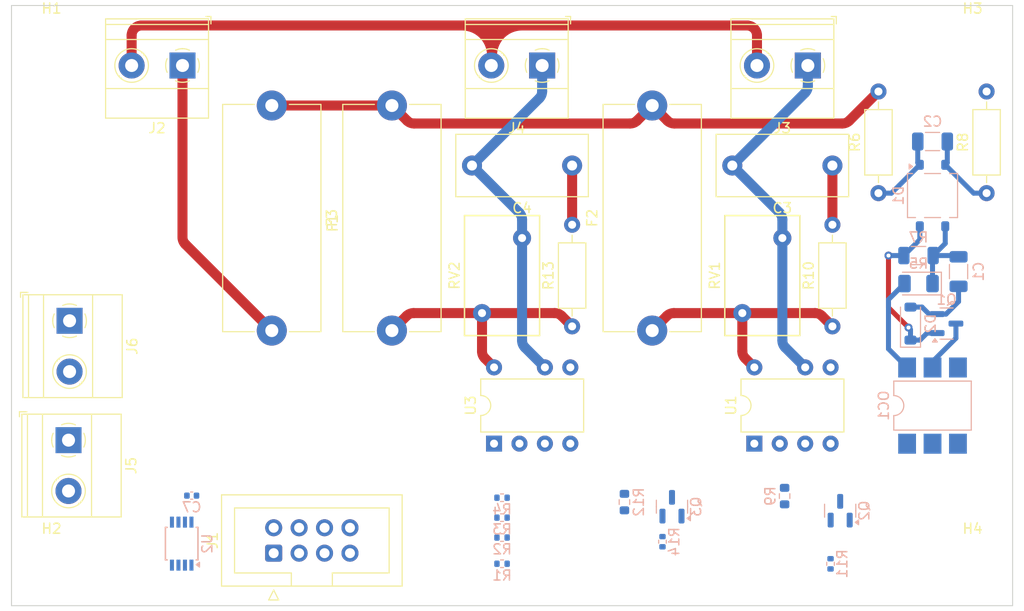
<source format=kicad_pcb>
(kicad_pcb (version 20240108) (generator "pcbnew") (generator_version "8.0")
  (layers (0 "F.Cu" signal) (31 "B.Cu" signal) (34 "B.Paste" user) (35 "F.Paste" user) (36 "B.SilkS" user "B.Silkscreen") (37 "F.SilkS" user "F.Silkscreen") (38 "B.Mask" user) (39 "F.Mask" user) (44 "Edge.Cuts" user))
  (net 0 "")
  (net 1 "/PUMP_L")
  (net 2 "Net-(C2-Pad1)")
  (net 3 "+5V")
  (net 4 "Net-(C4-Pad1)")
  (net 5 "Net-(D1-+)")
  (net 6 "Net-(D2-A)")
  (net 7 "Net-(D1--)")
  (net 8 "/AC_P")
  (net 9 "/AC_POS")
  (net 10 "Net-(F2-Pad1)")
  (net 11 "Net-(F3-Pad1)")
  (net 12 "/AC_NEG")
  (net 13 "/ZC_SIG")
  (net 14 "/PUMP_IN")
  (net 15 "/HV_SDA")
  (net 16 "GND")
  (net 17 "/HV_SCL")
  (net 18 "+3V3")
  (net 19 "/3WAY_IN")
  (net 20 "/SSR")
  (net 21 "/3WAY_L")
  (net 22 "Net-(OC1-Pad1)")
  (net 25 "Net-(Q3-C)")
  (net 26 "/~{ZC_SIG}")
  (net 27 "Net-(Q1-C)")
  (net 28 "Net-(Q2-C)")
  (net 29 "Net-(Q2-B)")
  (net 30 "Net-(R12-Pad1)")
  (net 32 "/PWR_SW")
  (net 33 "Net-(C2-Pad2)")
  (net 34 "Net-(C3-Pad1)")
  (net 35 "Net-(Q3-B)")
  (net 36 "Net-(R1-Pad1)")
  (net 37 "Net-(R2-Pad1)")
  (net 38 "Net-(R3-Pad2)")
  (net 39 "Net-(R9-Pad1)")
  (footprint "Fuse:Fuseholder_Cylinder-5x20mm_Schurter_0031_8201_Horizontal_Open" (layer "F.Cu") (at 98 62.5 90)
    (property "Reference" "F3" (at 11.25 -6 -90) (layer "F.SilkS"))
    (property "Value" "Fuse (1A, Slow)")
    (pad "" np_thru_hole circle (at 11.25 0 90) (size 2.7 2.7) (drill 2.7) (layers "*.Cu" "*.Mask"))
    (pad "1" thru_hole circle (at 0 0 90) (size 3 3) (drill 1.3) (layers "*.Cu" "*.Mask") (net 11 "Net-(F3-Pad1)"))
    (pad "2" thru_hole circle (at 22.5 0 90) (size 3 3) (drill 1.3) (layers "*.Cu" "*.Mask") (net 8 "/AC_P"))
  )
  (footprint "TerminalBlock_Phoenix:TerminalBlock_Phoenix_MKDS-1,5-2-5.08_1x02_P5.08mm_Horizontal" (layer "F.Cu") (at 139.545 36 180)
    (property "Reference" "J3" (at 2.54 -6.26 180) (layer "F.SilkS"))
    (property "Value" "PUMP")
    (pad "1" thru_hole rect (at 0 0 180) (size 2.6 2.6) (drill 1.3) (layers "*.Cu" "*.Mask") (net 1 "/PUMP_L"))
    (pad "2" thru_hole circle (at 5.08 0 180) (size 2.6 2.6) (drill 1.3) (layers "*.Cu" "*.Mask") (net 12 "/AC_NEG"))
  )
  (footprint "MountingHole:MountingHole_2.7mm_M2.5" (layer "F.Cu") (at 64 86)
    (property "Reference" "H2" (at 0 -3.7 0) (layer "F.SilkS"))
    (property "Value" "MountingHole")
    (pad "" np_thru_hole circle (at 0 0) (size 2.7 2.7) (drill 2.7) (layers "*.Cu" "*.Mask"))
  )
  (footprint "Capacitor_THT:C_Rect_L13.0mm_W6.0mm_P10.00mm_FKS3_FKP3_MKS4" (layer "F.Cu") (at 116 46 180)
    (property "Reference" "C4" (at 5 -4.25 180) (layer "F.SilkS"))
    (property "Value" "0.1u")
    (pad "1" thru_hole circle (at 0 0 180) (size 2 2) (drill 1) (layers "*.Cu" "*.Mask") (net 4 "Net-(C4-Pad1)"))
    (pad "2" thru_hole circle (at 10 0 180) (size 2 2) (drill 1) (layers "*.Cu" "*.Mask") (net 21 "/3WAY_L"))
  )
  (footprint "Varistor:RV_Disc_D12mm_W7.5mm_P7.5mm" (layer "F.Cu") (at 137 53.25 -90)
    (property "Reference" "RV1" (at 3.75 6.75 90) (layer "F.SilkS"))
    (property "Value" "MOV-10D471K")
    (pad "1" thru_hole circle (at 0 0 270) (size 1.8 1.8) (drill 0.8) (layers "*.Cu" "*.Mask") (net 1 "/PUMP_L"))
    (pad "2" thru_hole circle (at 7.5 4 270) (size 1.8 1.8) (drill 0.8) (layers "*.Cu" "*.Mask") (net 10 "Net-(F2-Pad1)"))
  )
  (footprint "Package_DIP:DIP-8-N7_W7.62mm" (layer "F.Cu") (at 134.2 73.8 90)
    (property "Reference" "U1" (at 3.81 -2.33 -90) (layer "F.SilkS"))
    (property "Value" "AQH3213")
    (pad "1" thru_hole rect (at 0 0 90) (size 1.6 1.6) (drill 0.8) (layers "*.Cu" "*.Mask") (net 28 "Net-(Q2-C)"))
    (pad "2" thru_hole oval (at 0 2.54 90) (size 1.6 1.6) (drill 0.8) (layers "*.Cu" "*.Mask") (net 39 "Net-(R9-Pad1)"))
    (pad "3" thru_hole oval (at 0 5.08 90) (size 1.6 1.6) (drill 0.8) (layers "*.Cu" "*.Mask") (net 28 "Net-(Q2-C)"))
    (pad "4" thru_hole oval (at 0 7.62 90) (size 1.6 1.6) (drill 0.8) (layers "*.Cu" "*.Mask") (net 28 "Net-(Q2-C)"))
    (pad "5" thru_hole oval (at 7.62 7.62 90) (size 1.6 1.6) (drill 0.8) (layers "*.Cu" "*.Mask"))
    (pad "6" thru_hole oval (at 7.62 5.08 90) (size 1.6 1.6) (drill 0.8) (layers "*.Cu" "*.Mask") (net 1 "/PUMP_L"))
    (pad "8" thru_hole oval (at 7.62 0 90) (size 1.6 1.6) (drill 0.8) (layers "*.Cu" "*.Mask") (net 10 "Net-(F2-Pad1)"))
  )
  (footprint "MountingHole:MountingHole_2.7mm_M2.5" (layer "F.Cu") (at 64 34)
    (property "Reference" "H1" (at 0 -3.7 0) (layer "F.SilkS"))
    (property "Value" "MountingHole")
    (pad "" np_thru_hole circle (at 0 0) (size 2.7 2.7) (drill 2.7) (layers "*.Cu" "*.Mask"))
  )
  (footprint "Capacitor_THT:C_Rect_L13.0mm_W6.0mm_P10.00mm_FKS3_FKP3_MKS4" (layer "F.Cu") (at 142 46 180)
    (property "Reference" "C3" (at 5 -4.25 180) (layer "F.SilkS"))
    (property "Value" "0.1u")
    (pad "1" thru_hole circle (at 0 0 180) (size 2 2) (drill 1) (layers "*.Cu" "*.Mask") (net 34 "Net-(C3-Pad1)"))
    (pad "2" thru_hole circle (at 10 0 180) (size 2 2) (drill 1) (layers "*.Cu" "*.Mask") (net 1 "/PUMP_L"))
  )
  (footprint "Varistor:RV_Disc_D12mm_W7.5mm_P7.5mm" (layer "F.Cu") (at 111 53.25 -90)
    (property "Reference" "RV2" (at 3.75 6.75 90) (layer "F.SilkS"))
    (property "Value" "MOV-10D471K")
    (pad "1" thru_hole circle (at 0 0 270) (size 1.8 1.8) (drill 0.8) (layers "*.Cu" "*.Mask") (net 21 "/3WAY_L"))
    (pad "2" thru_hole circle (at 7.5 4 270) (size 1.8 1.8) (drill 0.8) (layers "*.Cu" "*.Mask") (net 11 "Net-(F3-Pad1)"))
  )
  (footprint "TerminalBlock_Phoenix:TerminalBlock_Phoenix_MKDS-1,5-2-5.08_1x02_P5.08mm_Horizontal" (layer "F.Cu") (at 65.695 73.455 -90)
    (property "Reference" "J5" (at 2.54 -6.26 90) (layer "F.SilkS"))
    (property "Value" "SSR")
    (pad "1" thru_hole rect (at 0 0 270) (size 2.6 2.6) (drill 1.3) (layers "*.Cu" "*.Mask") (net 20 "/SSR"))
    (pad "2" thru_hole circle (at 5.08 0 270) (size 2.6 2.6) (drill 1.3) (layers "*.Cu" "*.Mask") (net 16 "GND"))
  )
  (footprint "Fuse:Fuseholder_Cylinder-5x20mm_Schurter_0031_8201_Horizontal_Open" (layer "F.Cu") (at 124 62.5 90)
    (property "Reference" "F2" (at 11.25 -6 -90) (layer "F.SilkS"))
    (property "Value" "Fuse (1A, Slow)")
    (pad "" np_thru_hole circle (at 11.25 0 90) (size 2.7 2.7) (drill 2.7) (layers "*.Cu" "*.Mask"))
    (pad "1" thru_hole circle (at 0 0 90) (size 3 3) (drill 1.3) (layers "*.Cu" "*.Mask") (net 10 "Net-(F2-Pad1)"))
    (pad "2" thru_hole circle (at 22.5 0 90) (size 3 3) (drill 1.3) (layers "*.Cu" "*.Mask") (net 8 "/AC_P"))
  )
  (footprint "Resistor_THT:R_Axial_DIN0207_L6.3mm_D2.5mm_P10.16mm_Horizontal" (layer "F.Cu") (at 157.4 48.76 90)
    (property "Reference" "R8" (at 5.08 -2.37 -90) (layer "F.SilkS"))
    (property "Value" "220k")
    (pad "1" thru_hole circle (at 0 0 90) (size 1.6 1.6) (drill 0.8) (layers "*.Cu" "*.Mask") (net 33 "Net-(C2-Pad2)"))
    (pad "2" thru_hole oval (at 10.16 0 90) (size 1.6 1.6) (drill 0.8) (layers "*.Cu" "*.Mask") (net 12 "/AC_NEG"))
  )
  (footprint "Connector_IDC:IDC-Header_2x04_P2.54mm_Vertical" (layer "F.Cu") (at 86.19 84.7525 90)
    (property "Reference" "J1" (at 1.27 -6.1 -90) (layer "F.SilkS"))
    (property "Value" "Conn_01x08")
    (pad "1" thru_hole roundrect (at 0 0 90) (size 1.7 1.7) (drill 1) (layers "*.Cu" "*.Mask") (roundrect_rratio 0.147059) (net 3 "+5V"))
    (pad "2" thru_hole circle (at 2.54 0 90) (size 1.7 1.7) (drill 1) (layers "*.Cu" "*.Mask") (net 18 "+3V3"))
    (pad "3" thru_hole circle (at 0 2.54 90) (size 1.7 1.7) (drill 1) (layers "*.Cu" "*.Mask") (net 14 "/PUMP_IN"))
    (pad "4" thru_hole circle (at 2.54 2.54 90) (size 1.7 1.7) (drill 1) (layers "*.Cu" "*.Mask") (net 13 "/ZC_SIG"))
    (pad "5" thru_hole circle (at 0 5.08 90) (size 1.7 1.7) (drill 1) (layers "*.Cu" "*.Mask") (net 15 "/HV_SDA"))
    (pad "6" thru_hole circle (at 2.54 5.08 90) (size 1.7 1.7) (drill 1) (layers "*.Cu" "*.Mask") (net 17 "/HV_SCL"))
    (pad "7" thru_hole circle (at 0 7.62 90) (size 1.7 1.7) (drill 1) (layers "*.Cu" "*.Mask") (net 19 "/3WAY_IN"))
    (pad "8" thru_hole circle (at 2.54 7.62 90) (size 1.7 1.7) (drill 1) (layers "*.Cu" "*.Mask") (net 16 "GND"))
  )
  (footprint "TerminalBlock_Phoenix:TerminalBlock_Phoenix_MKDS-1,5-2-5.08_1x02_P5.08mm_Horizontal" (layer "F.Cu") (at 65.8 61.52 -90)
    (property "Reference" "J6" (at 2.54 -6.26 90) (layer "F.SilkS"))
    (property "Value" "PWR")
    (pad "1" thru_hole rect (at 0 0 270) (size 2.6 2.6) (drill 1.3) (layers "*.Cu" "*.Mask") (net 32 "/PWR_SW"))
    (pad "2" thru_hole circle (at 5.08 0 270) (size 2.6 2.6) (drill 1.3) (layers "*.Cu" "*.Mask") (net 16 "GND"))
  )
  (footprint "MountingHole:MountingHole_2.7mm_M2.5" (layer "F.Cu") (at 156 86)
    (property "Reference" "H4" (at 0 -3.7 0) (layer "F.SilkS"))
    (property "Value" "MountingHole")
    (pad "" np_thru_hole circle (at 0 0) (size 2.7 2.7) (drill 2.7) (layers "*.Cu" "*.Mask"))
  )
  (footprint "TerminalBlock_Phoenix:TerminalBlock_Phoenix_MKDS-1,5-2-5.08_1x02_P5.08mm_Horizontal" (layer "F.Cu") (at 113.005 36 180)
    (property "Reference" "J4" (at 2.54 -6.26 180) (layer "F.SilkS"))
    (property "Value" "3WAY")
    (pad "1" thru_hole rect (at 0 0 180) (size 2.6 2.6) (drill 1.3) (layers "*.Cu" "*.Mask") (net 21 "/3WAY_L"))
    (pad "2" thru_hole circle (at 5.08 0 180) (size 2.6 2.6) (drill 1.3) (layers "*.Cu" "*.Mask") (net 12 "/AC_NEG"))
  )
  (footprint "Resistor_THT:R_Axial_DIN0207_L6.3mm_D2.5mm_P10.16mm_Horizontal" (layer "F.Cu") (at 146.6 48.76 90)
    (property "Reference" "R6" (at 5.08 -2.37 -90) (layer "F.SilkS"))
    (property "Value" "220k")
    (pad "1" thru_hole circle (at 0 0 90) (size 1.6 1.6) (drill 0.8) (layers "*.Cu" "*.Mask") (net 2 "Net-(C2-Pad1)"))
    (pad "2" thru_hole oval (at 10.16 0 90) (size 1.6 1.6) (drill 0.8) (layers "*.Cu" "*.Mask") (net 8 "/AC_P"))
  )
  (footprint "Package_DIP:DIP-8-N7_W7.62mm" (layer "F.Cu") (at 108.2 73.8 90)
    (property "Reference" "U3" (at 3.81 -2.33 -90) (layer "F.SilkS"))
    (property "Value" "AQH3213")
    (pad "1" thru_hole rect (at 0 0 90) (size 1.6 1.6) (drill 0.8) (layers "*.Cu" "*.Mask") (net 25 "Net-(Q3-C)"))
    (pad "2" thru_hole oval (at 0 2.54 90) (size 1.6 1.6) (drill 0.8) (layers "*.Cu" "*.Mask") (net 30 "Net-(R12-Pad1)"))
    (pad "3" thru_hole oval (at 0 5.08 90) (size 1.6 1.6) (drill 0.8) (layers "*.Cu" "*.Mask") (net 25 "Net-(Q3-C)"))
    (pad "4" thru_hole oval (at 0 7.62 90) (size 1.6 1.6) (drill 0.8) (layers "*.Cu" "*.Mask") (net 25 "Net-(Q3-C)"))
    (pad "5" thru_hole oval (at 7.62 7.62 90) (size 1.6 1.6) (drill 0.8) (layers "*.Cu" "*.Mask"))
    (pad "6" thru_hole oval (at 7.62 5.08 90) (size 1.6 1.6) (drill 0.8) (layers "*.Cu" "*.Mask") (net 21 "/3WAY_L"))
    (pad "8" thru_hole oval (at 7.62 0 90) (size 1.6 1.6) (drill 0.8) (layers "*.Cu" "*.Mask") (net 11 "Net-(F3-Pad1)"))
  )
  (footprint "MountingHole:MountingHole_2.7mm_M2.5" (layer "F.Cu") (at 156 34)
    (property "Reference" "H3" (at 0 -3.7 0) (layer "F.SilkS"))
    (property "Value" "MountingHole")
    (pad "" np_thru_hole circle (at 0 0) (size 2.7 2.7) (drill 2.7) (layers "*.Cu" "*.Mask"))
  )
  (footprint "Fuse:Fuseholder_Cylinder-5x20mm_Schurter_0031_8201_Horizontal_Open" (layer "F.Cu") (at 86 40 -90)
    (property "Reference" "F1" (at 11.755 -6.075 90) (layer "F.SilkS"))
    (property "Value" "Fuse (3A, slow)")
    (pad "" np_thru_hole circle (at 11.25 0 270) (size 2.7 2.7) (drill 2.7) (layers "*.Cu" "*.Mask"))
    (pad "1" thru_hole circle (at 0 0 270) (size 3 3) (drill 1.3) (layers "*.Cu" "*.Mask") (net 8 "/AC_P"))
    (pad "2" thru_hole circle (at 22.5 0 270) (size 3 3) (drill 1.3) (layers "*.Cu" "*.Mask") (net 9 "/AC_POS"))
  )
  (footprint "Resistor_THT:R_Axial_DIN0207_L6.3mm_D2.5mm_P10.16mm_Horizontal" (layer "F.Cu") (at 142 62.08 90)
    (property "Reference" "R10" (at 5.08 -2.37 -90) (layer "F.SilkS"))
    (property "Value" "220")
    (pad "1" thru_hole circle (at 0 0 90) (size 1.6 1.6) (drill 0.8) (layers "*.Cu" "*.Mask") (net 10 "Net-(F2-Pad1)"))
    (pad "2" thru_hole oval (at 10.16 0 90) (size 1.6 1.6) (drill 0.8) (layers "*.Cu" "*.Mask") (net 34 "Net-(C3-Pad1)"))
  )
  (footprint "Resistor_THT:R_Axial_DIN0207_L6.3mm_D2.5mm_P10.16mm_Horizontal" (layer "F.Cu") (at 116 62.08 90)
    (property "Reference" "R13" (at 5.08 -2.37 -90) (layer "F.SilkS"))
    (property "Value" "220")
    (pad "1" thru_hole circle (at 0 0 90) (size 1.6 1.6) (drill 0.8) (layers "*.Cu" "*.Mask") (net 11 "Net-(F3-Pad1)"))
    (pad "2" thru_hole oval (at 10.16 0 90) (size 1.6 1.6) (drill 0.8) (layers "*.Cu" "*.Mask") (net 4 "Net-(C4-Pad1)"))
  )
  (footprint "TerminalBlock_Phoenix:TerminalBlock_Phoenix_MKDS-1,5-2-5.08_1x02_P5.08mm_Horizontal" (layer "F.Cu") (at 77.08 36 180)
    (property "Reference" "J2" (at 2.54 -6.26 180) (layer "F.SilkS"))
    (property "Value" "AC")
    (pad "1" thru_hole rect (at 0 0 180) (size 2.6 2.6) (drill 1.3) (layers "*.Cu" "*.Mask") (net 9 "/AC_POS"))
    (pad "2" thru_hole circle (at 5.08 0 180) (size 2.6 2.6) (drill 1.3) (layers "*.Cu" "*.Mask") (net 12 "/AC_NEG"))
  )
  (footprint "Package_TO_SOT_SMD:SOT-23" (layer "B.Cu") (at 125.975 80.1075 90)
    (property "Reference" "Q3" (at 0 2.4 -90) (layer "B.SilkS") (effects (justify mirror)))
    (property "Value" "BC847")
    (pad "1" smd roundrect (at -0.9375 0.95 90) (size 1.475 0.6) (layers "B.Cu" "B.Paste" "B.Mask") (net 35 "Net-(Q3-B)"))
    (pad "2" smd roundrect (at -0.9375 -0.95 90) (size 1.475 0.6) (layers "B.Cu" "B.Paste" "B.Mask") (net 16 "GND"))
    (pad "3" smd roundrect (at 0.9375 0 90) (size 1.475 0.6) (layers "B.Cu" "B.Paste" "B.Mask") (net 25 "Net-(Q3-C)"))
  )
  (footprint "Resistor_SMD:R_0402_1005Metric" (layer "B.Cu") (at 141.8125 85.8175 90)
    (property "Reference" "R11" (at 0 1.17 -90) (layer "B.SilkS") (effects (justify mirror)))
    (property "Value" "1k")
    (pad "1" smd roundrect (at -0.51 0 90) (size 0.54 0.64) (layers "B.Cu" "B.Paste" "B.Mask") (net 14 "/PUMP_IN"))
    (pad "2" smd roundrect (at 0.51 0 90) (size 0.54 0.64) (layers "B.Cu" "B.Paste" "B.Mask") (net 29 "Net-(Q2-B)"))
  )
  (footprint "Capacitor_SMD:C_0402_1005Metric" (layer "B.Cu") (at 78 79)
    (property "Reference" "C7" (at 0 1.16 0) (layer "B.SilkS") (effects (justify mirror)))
    (property "Value" "0.1u")
    (pad "1" smd roundrect (at -0.48 0) (size 0.56 0.62) (layers "B.Cu" "B.Paste" "B.Mask") (net 18 "+3V3"))
    (pad "2" smd roundrect (at 0.48 0) (size 0.56 0.62) (layers "B.Cu" "B.Paste" "B.Mask") (net 16 "GND"))
  )
  (footprint "Resistor_SMD:R_0603_1608Metric" (layer "B.Cu") (at 121.225 79.645 90)
    (property "Reference" "R12" (at 0 1.43 -90) (layer "B.SilkS") (effects (justify mirror)))
    (property "Value" "162")
    (pad "1" smd roundrect (at -0.825 0 90) (size 0.8 0.95) (layers "B.Cu" "B.Paste" "B.Mask") (net 30 "Net-(R12-Pad1)"))
    (pad "2" smd roundrect (at 0.825 0 90) (size 0.8 0.95) (layers "B.Cu" "B.Paste" "B.Mask") (net 18 "+3V3"))
  )
  (footprint "Resistor_SMD:R_1206_3216Metric" (layer "B.Cu") (at 150.6 55 180)
    (property "Reference" "R7" (at 0 1.82 180) (layer "B.SilkS") (effects (justify mirror)))
    (property "Value" "22k")
    (pad "1" smd roundrect (at -1.4625 0 180) (size 1.125 1.75) (layers "B.Cu" "B.Paste" "B.Mask") (roundrect_rratio 0.222222) (net 5 "Net-(D1-+)"))
    (pad "2" smd roundrect (at 1.4625 0 180) (size 1.125 1.75) (layers "B.Cu" "B.Paste" "B.Mask") (roundrect_rratio 0.222222) (net 7 "Net-(D1--)"))
  )
  (footprint "Package_TO_SOT_SMD:TO-269AA" (layer "B.Cu") (at 152 49 -90)
    (property "Reference" "D1" (at 0 3.4 90) (layer "B.SilkS") (effects (justify mirror)))
    (property "Value" "MB6S")
    (pad "1" smd roundrect (at -3.075 1.27 270) (size 1 0.8) (layers "B.Cu" "B.Paste" "B.Mask") (net 2 "Net-(C2-Pad1)"))
    (pad "2" smd roundrect (at -3.075 -1.27 270) (size 1 0.8) (layers "B.Cu" "B.Paste" "B.Mask") (net 33 "Net-(C2-Pad2)"))
    (pad "3" smd roundrect (at 3.075 -1.27 270) (size 1 0.8) (layers "B.Cu" "B.Paste" "B.Mask") (net 5 "Net-(D1-+)"))
    (pad "4" smd roundrect (at 3.075 1.27 270) (size 1 0.8) (layers "B.Cu" "B.Paste" "B.Mask") (net 7 "Net-(D1--)"))
  )
  (footprint "Capacitor_SMD:C_1206_3216Metric" (layer "B.Cu") (at 154.6 56.6 -90)
    (property "Reference" "C1" (at 0 -2 90) (layer "B.SilkS") (effects (justify mirror)))
    (property "Value" "10u")
    (pad "1" smd roundrect (at -1.475 0 270) (size 1.15 1.8) (layers "B.Cu" "B.Paste" "B.Mask") (roundrect_rratio 0.217391) (net 5 "Net-(D1-+)"))
    (pad "2" smd roundrect (at 1.475 0 270) (size 1.15 1.8) (layers "B.Cu" "B.Paste" "B.Mask") (roundrect_rratio 0.217391) (net 6 "Net-(D2-A)"))
  )
  (footprint "LED_SMD:LED_1206_3216Metric" (layer "B.Cu") (at 150.6 57.8 180)
    (property "Reference" "R5" (at 0 2 180) (layer "B.SilkS") (effects (justify mirror)))
    (property "Value" "1k")
    (pad "1" smd roundrect (at -1.4 0 180) (size 1.25 1.75) (layers "B.Cu" "B.Paste" "B.Mask") (roundrect_rratio 0.2) (net 5 "Net-(D1-+)"))
    (pad "2" smd roundrect (at 1.4 0 180) (size 1.25 1.75) (layers "B.Cu" "B.Paste" "B.Mask") (roundrect_rratio 0.2) (net 22 "Net-(OC1-Pad1)"))
  )
  (footprint "Resistor_SMD:R_0402_1005Metric" (layer "B.Cu") (at 109 85.81)
    (property "Reference" "R1" (at 0 1.17 0) (layer "B.SilkS") (effects (justify mirror)))
    (property "Value" "1k")
    (pad "1" smd roundrect (at -0.51 0) (size 0.54 0.64) (layers "B.Cu" "B.Paste" "B.Mask") (net 36 "Net-(R1-Pad1)"))
    (pad "2" smd roundrect (at 0.51 0) (size 0.54 0.64) (layers "B.Cu" "B.Paste" "B.Mask") (net 18 "+3V3"))
  )
  (footprint "Package_DIP:SMDIP-6_W7.62mm" (layer "B.Cu") (at 152 70 -90)
    (property "Reference" "OC1" (at 0 4.87 90) (layer "B.SilkS") (effects (justify mirror)))
    (property "Value" "4N35")
    (pad "1" smd rect (at -3.81 2.54 270) (size 2 1.78) (layers "B.Cu" "B.Paste" "B.Mask") (net 22 "Net-(OC1-Pad1)"))
    (pad "2" smd rect (at -3.81 0 270) (size 2 1.78) (layers "B.Cu" "B.Paste" "B.Mask") (net 27 "Net-(Q1-C)"))
    (pad "3" smd rect (at -3.81 -2.54 270) (size 2 1.78) (layers "B.Cu" "B.Paste" "B.Mask"))
    (pad "4" smd rect (at 3.81 -2.54 270) (size 2 1.78) (layers "B.Cu" "B.Paste" "B.Mask") (net 16 "GND"))
    (pad "5" smd rect (at 3.81 0 270) (size 2 1.78) (layers "B.Cu" "B.Paste" "B.Mask") (net 26 "/~{ZC_SIG}"))
    (pad "6" smd rect (at 3.81 2.54 270) (size 2 1.78) (layers "B.Cu" "B.Paste" "B.Mask"))
  )
  (footprint "Package_TO_SOT_SMD:SOT-23" (layer "B.Cu") (at 142.775 80.5075 90)
    (property "Reference" "Q2" (at 0 2.4 -90) (layer "B.SilkS") (effects (justify mirror)))
    (property "Value" "BC847")
    (pad "1" smd roundrect (at -0.9375 0.95 90) (size 1.475 0.6) (layers "B.Cu" "B.Paste" "B.Mask") (net 29 "Net-(Q2-B)"))
    (pad "2" smd roundrect (at -0.9375 -0.95 90) (size 1.475 0.6) (layers "B.Cu" "B.Paste" "B.Mask") (net 16 "GND"))
    (pad "3" smd roundrect (at 0.9375 0 90) (size 1.475 0.6) (layers "B.Cu" "B.Paste" "B.Mask") (net 28 "Net-(Q2-C)"))
  )
  (footprint "Resistor_SMD:R_0603_1608Metric" (layer "B.Cu") (at 137.225 79.045 -90)
    (property "Reference" "R9" (at 0 1.43 90) (layer "B.SilkS") (effects (justify mirror)))
    (property "Value" "162")
    (pad "1" smd roundrect (at -0.825 0 270) (size 0.8 0.95) (layers "B.Cu" "B.Paste" "B.Mask") (net 39 "Net-(R9-Pad1)"))
    (pad "2" smd roundrect (at 0.825 0 270) (size 0.8 0.95) (layers "B.Cu" "B.Paste" "B.Mask") (net 18 "+3V3"))
  )
  (footprint "Diode_SMD:D_SOD-123" (layer "B.Cu") (at 149.8 61.8 90)
    (property "Reference" "D2" (at 0 2 -90) (layer "B.SilkS") (effects (justify mirror)))
    (property "Value" "1N4148W")
    (pad "1" smd roundrect (at -1.65 0 90) (size 0.9 1.2) (layers "B.Cu" "B.Paste" "B.Mask") (net 7 "Net-(D1--)"))
    (pad "2" smd roundrect (at 1.65 0 90) (size 0.9 1.2) (layers "B.Cu" "B.Paste" "B.Mask") (net 6 "Net-(D2-A)"))
  )
  (footprint "Capacitor_SMD:C_1206_3216Metric" (layer "B.Cu") (at 152 43.6)
    (property "Reference" "C2" (at 0 -2 0) (layer "B.SilkS") (effects (justify mirror)))
    (property "Value" "1n")
    (pad "1" smd roundrect (at -1.475 0) (size 1.15 1.8) (layers "B.Cu" "B.Paste" "B.Mask") (roundrect_rratio 0.217391) (net 2 "Net-(C2-Pad1)"))
    (pad "2" smd roundrect (at 1.475 0) (size 1.15 1.8) (layers "B.Cu" "B.Paste" "B.Mask") (roundrect_rratio 0.217391) (net 33 "Net-(C2-Pad2)"))
  )
  (footprint "Resistor_SMD:R_0402_1005Metric" (layer "B.Cu") (at 125.025 83.605 90)
    (property "Reference" "R14" (at 0 1.17 -90) (layer "B.SilkS") (effects (justify mirror)))
    (property "Value" "1k")
    (pad "1" smd roundrect (at -0.51 0 90) (size 0.54 0.64) (layers "B.Cu" "B.Paste" "B.Mask") (net 19 "/3WAY_IN"))
    (pad "2" smd roundrect (at 0.51 0 90) (size 0.54 0.64) (layers "B.Cu" "B.Paste" "B.Mask") (net 35 "Net-(Q3-B)"))
  )
  (footprint "Resistor_SMD:R_0402_1005Metric" (layer "B.Cu") (at 109 81.2)
    (property "Reference" "R3" (at 0 1.17 0) (layer "B.SilkS") (effects (justify mirror)))
    (property "Value" "1k")
    (pad "1" smd roundrect (at -0.51 0) (size 0.54 0.64) (layers "B.Cu" "B.Paste" "B.Mask") (net 37 "Net-(R2-Pad1)"))
    (pad "2" smd roundrect (at 0.51 0) (size 0.54 0.64) (layers "B.Cu" "B.Paste" "B.Mask") (net 38 "Net-(R3-Pad2)"))
  )
  (footprint "Resistor_SMD:R_0402_1005Metric" (layer "B.Cu") (at 109 79.21)
    (property "Reference" "R4" (at 0 1.17 0) (layer "B.SilkS") (effects (justify mirror)))
    (property "Value" "1k")
    (pad "1" smd roundrect (at -0.51 0) (size 0.54 0.64) (layers "B.Cu" "B.Paste" "B.Mask") (net 26 "/~{ZC_SIG}"))
    (pad "2" smd roundrect (at 0.51 0) (size 0.54 0.64) (layers "B.Cu" "B.Paste" "B.Mask") (net 38 "Net-(R3-Pad2)"))
  )
  (footprint "Package_TO_SOT_SMD:SOT-23" (layer "B.Cu") (at 153.4 61.8)
    (property "Reference" "Q1" (at 0 -2.4 0) (layer "B.SilkS") (effects (justify mirror)))
    (property "Value" "MMBT3904")
    (pad "1" smd roundrect (at -0.9375 0.95) (size 1.475 0.6) (layers "B.Cu" "B.Paste" "B.Mask") (net 7 "Net-(D1--)"))
    (pad "2" smd roundrect (at -0.9375 -0.95) (size 1.475 0.6) (layers "B.Cu" "B.Paste" "B.Mask") (net 6 "Net-(D2-A)"))
    (pad "3" smd roundrect (at 0.9375 0) (size 1.475 0.6) (layers "B.Cu" "B.Paste" "B.Mask") (net 27 "Net-(Q1-C)"))
  )
  (footprint "Resistor_SMD:R_0402_1005Metric" (layer "B.Cu") (at 109 83.19)
    (property "Reference" "R2" (at 0 1.17 0) (layer "B.SilkS") (effects (justify mirror)))
    (property "Value" "1k")
    (pad "1" smd roundrect (at -0.51 0) (size 0.54 0.64) (layers "B.Cu" "B.Paste" "B.Mask") (net 37 "Net-(R2-Pad1)"))
    (pad "2" smd roundrect (at 0.51 0) (size 0.54 0.64) (layers "B.Cu" "B.Paste" "B.Mask") (net 36 "Net-(R1-Pad1)"))
  )
  (footprint "Package_SO:TSSOP-8_3x3mm_P0.65mm" (layer "B.Cu") (at 77 83.8 90)
    (property "Reference" "U2" (at 0 2.55 -90) (layer "B.SilkS") (effects (justify mirror)))
    (property "Value" "PCA9536DP")
    (pad "1" smd rect (at -2.15 0.975 90) (size 1.1 0.4) (layers "B.Cu" "B.Paste" "B.Mask") (net 32 "/PWR_SW"))
    (pad "2" smd rect (at -2.15 0.325 90) (size 1.1 0.4) (layers "B.Cu" "B.Paste" "B.Mask") (net 20 "/SSR"))
    (pad "3" smd rect (at -2.15 -0.325 90) (size 1.1 0.4) (layers "B.Cu" "B.Paste" "B.Mask"))
    (pad "4" smd rect (at -2.15 -0.975 90) (size 1.1 0.4) (layers "B.Cu" "B.Paste" "B.Mask") (net 16 "GND"))
    (pad "5" smd rect (at 2.15 -0.975 90) (size 1.1 0.4) (layers "B.Cu" "B.Paste" "B.Mask"))
    (pad "6" smd rect (at 2.15 -0.325 90) (size 1.1 0.4) (layers "B.Cu" "B.Paste" "B.Mask") (net 17 "/HV_SCL"))
    (pad "7" smd rect (at 2.15 0.325 90) (size 1.1 0.4) (layers "B.Cu" "B.Paste" "B.Mask") (net 15 "/HV_SDA"))
    (pad "8" smd rect (at 2.15 0.975 90) (size 1.1 0.4) (layers "B.Cu" "B.Paste" "B.Mask") (net 18 "+3V3"))
  )
  (gr_arc (start 105 32) (mid 107.12132 32.87868) (end 108 35) (stroke (width 1)) (layer "F.Cu") (net 12))
  (gr_arc (start 108 35) (mid 108.87868 32.87868) (end 111 32) (stroke (width 1)) (layer "F.Cu") (net 12))
  (gr_poly (pts (xy 110 32) (xy 106 32) (xy 108 34)) (stroke (width 0.2)) (fill solid) (layer "F.Cu") (net 12))
  (gr_line (start 160 30) (end 60 30) (stroke (width 0.1)) (layer "Edge.Cuts"))
  (gr_line (start 60 90) (end 160 90) (stroke (width 0.1)) (layer "Edge.Cuts"))
  (gr_line (start 160 90) (end 160 30) (stroke (width 0.1)) (layer "Edge.Cuts"))
  (gr_line (start 60 30) (end 60 90) (stroke (width 0.1)) (layer "Edge.Cuts"))
  (segment (start 137 53.25) (end 137 51.414214) (width 1) (layer "B.Cu") (net 1))
  (segment (start 137 63.485786) (end 137 53.25) (width 1) (layer "B.Cu") (net 1))
  (segment (start 139.545 38.040786) (end 139.545 36) (width 1) (layer "B.Cu") (net 1))
  (segment (start 132 46) (end 139.252107 38.747893) (width 1) (layer "B.Cu") (net 1))
  (segment (start 136.707107 50.707107) (end 132 46) (width 1) (layer "B.Cu") (net 1))
  (segment (start 139.28 66.18) (end 137.292893 64.192893) (width 1) (layer "B.Cu") (net 1))
  (arc (start 139.252107 38.747893) (mid 139.46888 38.42347) (end 139.545 38.040786) (width 1) (layer "B.Cu") (net 1))
  (arc (start 137 63.485786) (mid 137.07612 63.868469) (end 137.292893 64.192893) (width 1) (layer "B.Cu") (net 1))
  (arc (start 136.707107 50.707107) (mid 136.92388 51.03153) (end 137 51.414214) (width 1) (layer "B.Cu") (net 1))
  (segment (start 150.525 45.72) (end 150.73 45.925) (width 0.5) (layer "B.Cu") (net 2))
  (segment (start 146.6 48.76) (end 147.895 48.76) (width 0.5) (layer "B.Cu") (net 2))
  (segment (start 150.525 43.6) (end 150.525 45.72) (width 0.5) (layer "B.Cu") (net 2))
  (segment (start 147.895 48.76) (end 150.73 45.925) (width 0.5) (layer "B.Cu") (net 2))
  (segment (start 116 46) (end 116 51.92) (width 1) (layer "F.Cu") (net 4))
  (segment (start 152 57.8) (end 152 55.0625) (width 0.5) (layer "B.Cu") (net 5))
  (segment (start 154.475 55) (end 154.6 55.125) (width 0.5) (layer "B.Cu") (net 5))
  (segment (start 152 55.0625) (end 152.0625 55) (width 0.5) (layer "B.Cu") (net 5))
  (segment (start 152.0625 55) (end 154.475 55) (width 0.5) (layer "B.Cu") (net 5))
  (segment (start 153.27 53.7925) (end 152.0625 55) (width 0.5) (layer "B.Cu") (net 5))
  (segment (start 153.27 52.075) (end 153.27 53.7925) (width 0.5) (layer "B.Cu") (net 5))
  (segment (start 152.4625 60.85) (end 153.35 60.85) (width 0.5) (layer "B.Cu") (net 6))
  (segment (start 149.8 60.15) (end 150.95 60.15) (width 0.5) (layer "B.Cu") (net 6))
  (segment (start 154.6 59.6) (end 154.6 58.075) (width 0.5) (layer "B.Cu") (net 6))
  (segment (start 153.35 60.85) (end 154.6 59.6) (width 0.5) (layer "B.Cu") (net 6))
  (segment (start 150.95 60.15) (end 151.65 60.85) (width 0.5) (layer "B.Cu") (net 6))
  (segment (start 151.65 60.85) (end 152.4625 60.85) (width 0.5) (layer "B.Cu") (net 6))
  (segment (start 149.6 62.2) (end 147.6 60.2) (width 0.5) (layer "F.Cu") (net 7))
  (segment (start 147.6 60.2) (end 147.6 55) (width 0.5) (layer "F.Cu") (net 7))
  (via (at 147.6 55) (size 0.8) (drill 0.4) (layers "F.Cu" "B.Cu") (net 7))
  (via (at 149.6 62.2) (size 0.8) (drill 0.4) (layers "F.Cu" "B.Cu") (net 7))
  (segment (start 149.8 63.45) (end 149.8 62.4) (width 0.5) (layer "B.Cu") (net 7))
  (segment (start 150.75 63.45) (end 149.8 63.45) (width 0.5) (layer "B.Cu") (net 7))
  (segment (start 151.45 62.75) (end 150.75 63.45) (width 0.5) (layer "B.Cu") (net 7))
  (segment (start 150.73 53.4075) (end 149.1375 55) (width 0.5) (layer "B.Cu") (net 7))
  (segment (start 152.4625 62.75) (end 151.45 62.75) (width 0.5) (layer "B.Cu") (net 7))
  (segment (start 149.8 62.4) (end 149.6 62.2) (width 0.5) (layer "B.Cu") (net 7))
  (segment (start 147.6 55) (end 149.1375 55) (width 0.5) (layer "B.Cu") (net 7))
  (segment (start 150.73 52.075) (end 150.73 53.4075) (width 0.5) (layer "B.Cu") (net 7))
  (segment (start 86 40) (end 98 40) (width 1) (layer "F.Cu") (net 8))
  (segment (start 124 40) (end 125.507107 41.507107) (width 1) (layer "F.Cu") (net 8))
  (segment (start 143.692893 41.507107) (end 146.6 38.6) (width 1) (layer "F.Cu") (net 8))
  (segment (start 122.492893 41.507107) (end 124 40) (width 1) (layer "F.Cu") (net 8))
  (segment (start 100.214214 41.8) (end 121.785786 41.8) (width 1) (layer "F.Cu") (net 8))
  (segment (start 98 40) (end 99.507107 41.507107) (width 1) (layer "F.Cu") (net 8))
  (segment (start 126.214214 41.8) (end 142.985786 41.8) (width 1) (layer "F.Cu") (net 8))
  (arc (start 143.692893 41.507107) (mid 143.36847 41.72388) (end 142.985786 41.8) (width 1) (layer "F.Cu") (net 8))
  (arc (start 126.214214 41.8) (mid 125.831531 41.72388) (end 125.507107 41.507107) (width 1) (layer "F.Cu") (net 8))
  (arc (start 99.507107 41.507107) (mid 99.83153 41.72388) (end 100.214214 41.8) (width 1) (layer "F.Cu") (net 8))
  (arc (start 121.785786 41.8) (mid 122.168469 41.72388) (end 122.492893 41.507107) (width 1) (layer "F.Cu") (net 8))
  (segment (start 77.08 36) (end 77.08 53.165786) (width 1) (layer "F.Cu") (net 9))
  (segment (start 77.372893 53.872893) (end 86 62.5) (width 1) (layer "F.Cu") (net 9))
  (arc (start 77.08 53.165786) (mid 77.15612 53.548469) (end 77.372893 53.872893) (width 1) (layer "F.Cu") (net 9))
  (segment (start 133 60.75) (end 140.255786 60.75) (width 1) (layer "F.Cu") (net 10))
  (segment (start 133 60.75) (end 133 64.565786) (width 1) (layer "F.Cu") (net 10))
  (segment (start 124 62.5) (end 125.457107 61.042893) (width 1) (layer "F.Cu") (net 10))
  (segment (start 140.962893 61.042893) (end 142 62.08) (width 1) (layer "F.Cu") (net 10))
  (segment (start 133.292893 65.272893) (end 134.2 66.18) (width 1) (layer "F.Cu") (net 10))
  (segment (start 126.164214 60.75) (end 133 60.75) (width 1) (layer "F.Cu") (net 10))
  (arc (start 133.292893 65.272893) (mid 133.07612 64.94847) (end 133 64.565786) (width 1) (layer "F.Cu") (net 10))
  (arc (start 126.164214 60.75) (mid 125.781531 60.82612) (end 125.457107 61.042893) (width 1) (layer "F.Cu") (net 10))
  (arc (start 140.255786 60.75) (mid 140.638469 60.82612) (end 140.962893 61.042893) (width 1) (layer "F.Cu") (net 10))
  (segment (start 107 60.75) (end 107 64.565786) (width 1) (layer "F.Cu") (net 11))
  (segment (start 107.292893 65.272893) (end 108.2 66.18) (width 1) (layer "F.Cu") (net 11))
  (segment (start 114.962893 61.042893) (end 116 62.08) (width 1) (layer "F.Cu") (net 11))
  (segment (start 107 60.75) (end 114.255786 60.75) (width 1) (layer "F.Cu") (net 11))
  (segment (start 100.164214 60.75) (end 107 60.75) (width 1) (layer "F.Cu") (net 11))
  (segment (start 98 62.5) (end 99.457107 61.042893) (width 1) (layer "F.Cu") (net 11))
  (arc (start 99.457107 61.042893) (mid 99.78153 60.82612) (end 100.164214 60.75) (width 1) (layer "F.Cu") (net 11))
  (arc (start 114.255786 60.75) (mid 114.638469 60.82612) (end 114.962893 61.042893) (width 1) (layer "F.Cu") (net 11))
  (arc (start 107.292893 65.272893) (mid 107.07612 64.94847) (end 107 64.565786) (width 1) (layer "F.Cu") (net 11))
  (segment (start 107.925 32) (end 133.465 32) (width 1) (layer "F.Cu") (net 12))
  (segment (start 134.465 36) (end 134.465 33) (width 1) (layer "F.Cu") (net 12))
  (segment (start 72 36) (end 72 33) (width 1) (layer "F.Cu") (net 12))
  (segment (start 73 32) (end 107.925 32) (width 1) (layer "F.Cu") (net 12))
  (arc (start 133.465 32) (mid 134.172107 32.292893) (end 134.465 33) (width 1) (layer "F.Cu") (net 12))
  (arc (start 73 32) (mid 72.292893 32.292893) (end 72 33) (width 1) (layer "F.Cu") (net 12))
  (segment (start 106 46) (end 112.712107 39.287893) (width 1) (layer "B.Cu") (net 21))
  (segment (start 113.28 66.18) (end 111.292893 64.192893) (width 1) (layer "B.Cu") (net 21))
  (segment (start 110.707107 50.707107) (end 106 46) (width 1) (layer "B.Cu") (net 21))
  (segment (start 113.005 38.580786) (end 113.005 36) (width 1) (layer "B.Cu") (net 21))
  (segment (start 111 53.25) (end 111 51.414214) (width 1) (layer "B.Cu") (net 21))
  (segment (start 111 63.485786) (end 111 53.25) (width 1) (layer "B.Cu") (net 21))
  (arc (start 112.712107 39.287893) (mid 112.92888 38.96347) (end 113.005 38.580786) (width 1) (layer "B.Cu") (net 21))
  (arc (start 110.707107 50.707107) (mid 110.92388 51.03153) (end 111 51.414214) (width 1) (layer "B.Cu") (net 21))
  (arc (start 111.292893 64.192893) (mid 111.07612 63.86847) (end 111 63.485786) (width 1) (layer "B.Cu") (net 21))
  (segment (start 147.6 59.4) (end 147.6 64.33) (width 0.5) (layer "B.Cu") (net 22))
  (segment (start 147.6 64.33) (end 149.46 66.19) (width 0.5) (layer "B.Cu") (net 22))
  (segment (start 149.2 57.8) (end 147.6 59.4) (width 0.5) (layer "B.Cu") (net 22))
  (segment (start 152 66.19) (end 152 65.6) (width 0.5) (layer "B.Cu") (net 27))
  (segment (start 152 65.6) (end 154.3375 63.2625) (width 0.5) (layer "B.Cu") (net 27))
  (segment (start 154.3375 63.2625) (end 154.3375 61.8) (width 0.5) (layer "B.Cu") (net 27))
  (segment (start 153.475 43.6) (end 153.475 45.72) (width 0.5) (layer "B.Cu") (net 33))
  (segment (start 156.105 48.76) (end 153.27 45.925) (width 0.5) (layer "B.Cu") (net 33))
  (segment (start 153.475 45.72) (end 153.27 45.925) (width 0.5) (layer "B.Cu") (net 33))
  (segment (start 157.4 48.76) (end 156.105 48.76) (width 0.5) (layer "B.Cu") (net 33))
  (segment (start 142 46) (end 142 51.92) (width 1) (layer "F.Cu") (net 34))
)
</source>
